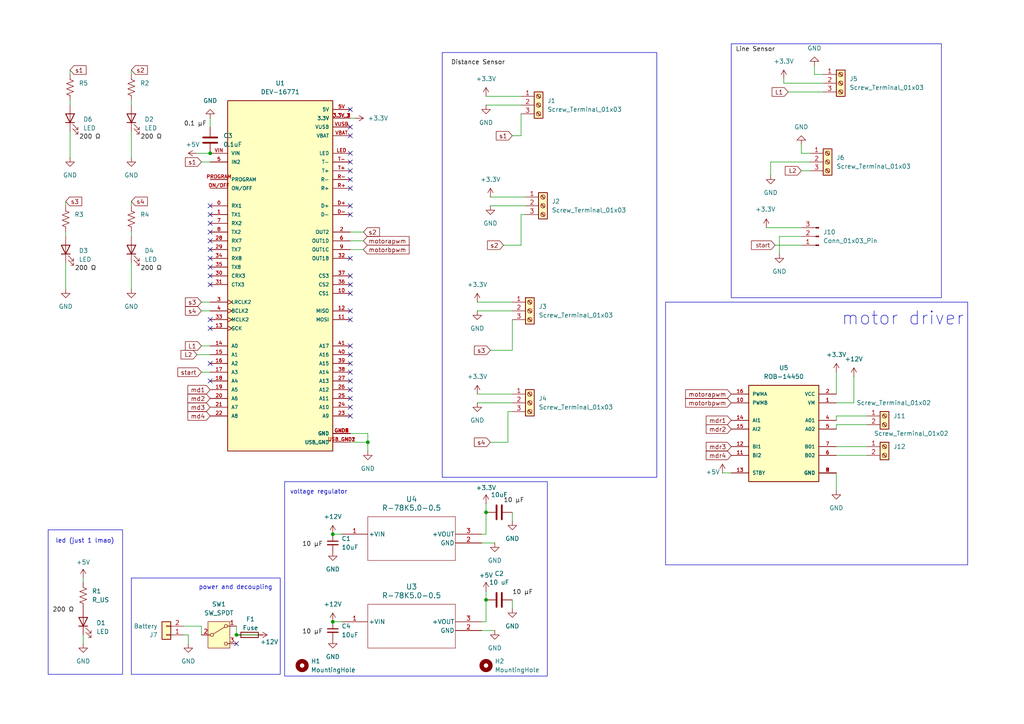
<source format=kicad_sch>
(kicad_sch (version 20231120) (generator "eeschema") (generator_version "8.0")
  (paper "A4")
  (lib_symbols
    (symbol "+12V_1" (power) (pin_numbers hide) (pin_names (offset 0) hide)
      (property "Value" "+12V" (at 0 3.556 0))
      (symbol "+12V_1_0_1"
        (polyline (pts (xy -0.762 1.27) (xy 0 2.54)))
        (polyline (pts (xy 0 0) (xy 0 2.54)))
        (polyline (pts (xy 0 2.54) (xy 0.762 1.27)))
      )
      (symbol "+12V_1_1_1"
        (pin power_in line (at 0 0 90) (length 0) (name "~") (number "1"))
      )
    )
    (symbol "+5V_1" (power) (pin_numbers hide) (pin_names (offset 0) hide)
      (property "Value" "+5V" (at 0 3.556 0))
      (symbol "+5V_1_0_1"
        (polyline (pts (xy -0.762 1.27) (xy 0 2.54)))
        (polyline (pts (xy 0 0) (xy 0 2.54)))
        (polyline (pts (xy 0 2.54) (xy 0.762 1.27)))
      )
      (symbol "+5V_1_1_1"
        (pin power_in line (at 0 0 90) (length 0) (name "~") (number "1"))
      )
    )
    (symbol "+5V_2" (power) (pin_numbers hide) (pin_names (offset 0) hide)
      (property "Value" "+5V" (at 0 3.556 0))
      (symbol "+5V_2_0_1"
        (polyline (pts (xy -0.762 1.27) (xy 0 2.54)))
        (polyline (pts (xy 0 0) (xy 0 2.54)))
        (polyline (pts (xy 0 2.54) (xy 0.762 1.27)))
      )
      (symbol "+5V_2_1_1"
        (pin power_in line (at 0 0 90) (length 0) (name "~") (number "1"))
      )
    )
    (symbol "+5V_3" (power) (pin_numbers hide) (pin_names (offset 0) hide)
      (property "Value" "+5V" (at 0 3.556 0))
      (symbol "+5V_3_0_1"
        (polyline (pts (xy -0.762 1.27) (xy 0 2.54)))
        (polyline (pts (xy 0 0) (xy 0 2.54)))
        (polyline (pts (xy 0 2.54) (xy 0.762 1.27)))
      )
      (symbol "+5V_3_1_1"
        (pin power_in line (at 0 0 90) (length 0) (name "~") (number "1"))
      )
    )
    (symbol "2024-11-08_01-03-56:R-78K5.0-0.5" (pin_names (offset 0.254))
      (property "Reference" "U" (at 20.32 10.16 0))
      (property "Value" "R-78K5.0-0.5" (at 20.32 7.62 0))
      (symbol "R-78K5.0-0.5_1_1"
        (polyline (pts (xy 7.62 -7.62) (xy 33.02 -7.62)) (stroke (width 0.127)))
        (polyline (pts (xy 7.62 5.08) (xy 7.62 -7.62)) (stroke (width 0.127)))
        (polyline (pts (xy 33.02 -7.62) (xy 33.02 5.08)) (stroke (width 0.127)))
        (polyline (pts (xy 33.02 5.08) (xy 7.62 5.08)) (stroke (width 0.127)))
        (pin power_in line (at 0 0 0) (length 7.62) (name "+VIN") (number "1"))
        (pin power_out line (at 40.64 -2.54 180) (length 7.62) (name "GND") (number "2"))
        (pin output line (at 40.64 0 180) (length 7.62) (name "+VOUT") (number "3"))
      )
    )
    (symbol "Connector:Conn_01x03_Pin" (pin_names (offset 1.016) hide)
      (property "Reference" "J" (at 0 5.08 0))
      (property "Value" "Conn_01x03_Pin" (at 0 -5.08 0))
      (symbol "Conn_01x03_Pin_1_1"
        (polyline (pts (xy 1.27 -2.54) (xy 0.8636 -2.54)) (stroke (width 0.1524)))
        (polyline (pts (xy 1.27 0) (xy 0.8636 0)) (stroke (width 0.1524)))
        (polyline (pts (xy 1.27 2.54) (xy 0.8636 2.54)) (stroke (width 0.1524)))
        (rectangle (start 0.8636 -2.413) (end 0 -2.667) (stroke (width 0.1524)) (fill (type outline)))
        (rectangle (start 0.8636 0.127) (end 0 -0.127) (stroke (width 0.1524)) (fill (type outline)))
        (rectangle (start 0.8636 2.667) (end 0 2.413) (stroke (width 0.1524)) (fill (type outline)))
        (pin passive line (at 5.08 2.54 180) (length 3.81) (name "Pin_1") (number "1"))
        (pin passive line (at 5.08 0 180) (length 3.81) (name "Pin_2") (number "2"))
        (pin passive line (at 5.08 -2.54 180) (length 3.81) (name "Pin_3") (number "3"))
      )
    )
    (symbol "Connector:Screw_Terminal_01x02" (pin_names (offset 1.016) hide)
      (property "Reference" "J" (at 0 2.54 0))
      (property "Value" "Screw_Terminal_01x02" (at 0 -5.08 0))
      (symbol "Screw_Terminal_01x02_1_1"
        (rectangle (start -1.27 1.27) (end 1.27 -3.81) (stroke (width 0.254)) (fill (type background)))
        (circle (center 0 -2.54) (radius 0.635) (stroke (width 0.1524)))
        (polyline (pts (xy -0.5334 -2.2098) (xy 0.3302 -3.048)) (stroke (width 0.1524)))
        (polyline (pts (xy -0.5334 0.3302) (xy 0.3302 -0.508)) (stroke (width 0.1524)))
        (polyline (pts (xy -0.3556 -2.032) (xy 0.508 -2.8702)) (stroke (width 0.1524)))
        (polyline (pts (xy -0.3556 0.508) (xy 0.508 -0.3302)) (stroke (width 0.1524)))
        (circle (center 0 0) (radius 0.635) (stroke (width 0.1524)))
        (pin passive line (at -5.08 0 0) (length 3.81) (name "Pin_1") (number "1"))
        (pin passive line (at -5.08 -2.54 0) (length 3.81) (name "Pin_2") (number "2"))
      )
    )
    (symbol "Connector:Screw_Terminal_01x03" (pin_names (offset 1.016) hide)
      (property "Reference" "J" (at 0 5.08 0))
      (property "Value" "Screw_Terminal_01x03" (at 0 -5.08 0))
      (symbol "Screw_Terminal_01x03_1_1"
        (rectangle (start -1.27 3.81) (end 1.27 -3.81) (stroke (width 0.254)) (fill (type background)))
        (circle (center 0 -2.54) (radius 0.635) (stroke (width 0.1524)))
        (polyline (pts (xy -0.5334 -2.2098) (xy 0.3302 -3.048)) (stroke (width 0.1524)))
        (polyline (pts (xy -0.5334 0.3302) (xy 0.3302 -0.508)) (stroke (width 0.1524)))
        (polyline (pts (xy -0.5334 2.8702) (xy 0.3302 2.032)) (stroke (width 0.1524)))
        (polyline (pts (xy -0.3556 -2.032) (xy 0.508 -2.8702)) (stroke (width 0.1524)))
        (polyline (pts (xy -0.3556 0.508) (xy 0.508 -0.3302)) (stroke (width 0.1524)))
        (polyline (pts (xy -0.3556 3.048) (xy 0.508 2.2098)) (stroke (width 0.1524)))
        (circle (center 0 0) (radius 0.635) (stroke (width 0.1524)))
        (circle (center 0 2.54) (radius 0.635) (stroke (width 0.1524)))
        (pin passive line (at -5.08 2.54 0) (length 3.81) (name "Pin_1") (number "1"))
        (pin passive line (at -5.08 0 0) (length 3.81) (name "Pin_2") (number "2"))
        (pin passive line (at -5.08 -2.54 0) (length 3.81) (name "Pin_3") (number "3"))
      )
    )
    (symbol "Connector_Generic:Conn_01x02" (pin_names (offset 1.016) hide)
      (property "Reference" "J" (at 0 2.54 0))
      (property "Value" "Conn_01x02" (at 0 -5.08 0))
      (symbol "Conn_01x02_1_1"
        (rectangle (start -1.27 -2.413) (end 0 -2.667) (stroke (width 0.1524)))
        (rectangle (start -1.27 0.127) (end 0 -0.127) (stroke (width 0.1524)))
        (rectangle (start -1.27 1.27) (end 1.27 -3.81) (stroke (width 0.254)) (fill (type background)))
        (pin passive line (at -5.08 0 0) (length 3.81) (name "Pin_1") (number "1"))
        (pin passive line (at -5.08 -2.54 0) (length 3.81) (name "Pin_2") (number "2"))
      )
    )
    (symbol "DEV-16771:DEV-16771" (pin_names (offset 1.016))
      (property "Reference" "U" (at -15.24 52.07 0))
      (property "Value" "DEV-16771" (at -15.24 -53.34 0))
      (symbol "DEV-16771_0_0"
        (rectangle (start -15.24 -50.8) (end 15.24 50.8) (stroke (width 0.254)) (fill (type background)))
        (pin bidirectional line (at -20.32 20.32 0) (length 5.08) (name "RX1") (number "0"))
        (pin bidirectional line (at -20.32 17.78 0) (length 5.08) (name "TX1") (number "1"))
        (pin bidirectional line (at 20.32 -5.08 180) (length 5.08) (name "CS1") (number "10"))
        (pin bidirectional line (at 20.32 -12.7 180) (length 5.08) (name "MOSI") (number "11"))
        (pin bidirectional line (at 20.32 -10.16 180) (length 5.08) (name "MISO") (number "12"))
        (pin bidirectional clock (at -20.32 -15.24 0) (length 5.08) (name "SCK") (number "13"))
        (pin bidirectional line (at -20.32 -20.32 0) (length 5.08) (name "A0") (number "14"))
        (pin bidirectional line (at -20.32 -22.86 0) (length 5.08) (name "A1") (number "15"))
        (pin bidirectional line (at -20.32 -25.4 0) (length 5.08) (name "A2") (number "16"))
        (pin bidirectional line (at -20.32 -27.94 0) (length 5.08) (name "A3") (number "17"))
        (pin bidirectional line (at -20.32 -30.48 0) (length 5.08) (name "A4") (number "18"))
        (pin bidirectional line (at -20.32 -33.02 0) (length 5.08) (name "A5") (number "19"))
        (pin output line (at 20.32 12.7 180) (length 5.08) (name "OUT2") (number "2"))
        (pin bidirectional line (at -20.32 -35.56 0) (length 5.08) (name "A6") (number "20"))
        (pin bidirectional line (at -20.32 -38.1 0) (length 5.08) (name "A7") (number "21"))
        (pin bidirectional line (at -20.32 -40.64 0) (length 5.08) (name "A8") (number "22"))
        (pin bidirectional line (at 20.32 -40.64 180) (length 5.08) (name "A9") (number "23"))
        (pin bidirectional line (at 20.32 -38.1 180) (length 5.08) (name "A10") (number "24"))
        (pin bidirectional line (at 20.32 -35.56 180) (length 5.08) (name "A11") (number "25"))
        (pin bidirectional line (at 20.32 -33.02 180) (length 5.08) (name "A12") (number "26"))
        (pin bidirectional line (at 20.32 -30.48 180) (length 5.08) (name "A13") (number "27"))
        (pin bidirectional line (at -20.32 10.16 0) (length 5.08) (name "RX7") (number "28"))
        (pin bidirectional line (at -20.32 7.62 0) (length 5.08) (name "TX7") (number "29"))
        (pin bidirectional clock (at -20.32 -7.62 0) (length 5.08) (name "LRCLK2") (number "3"))
        (pin power_in line (at 20.32 45.72 180) (length 5.08) (name "3.3V") (number "3.3V_1"))
        (pin power_in line (at 20.32 45.72 180) (length 5.08) (name "3.3V") (number "3.3V_2"))
        (pin power_in line (at 20.32 45.72 180) (length 5.08) (name "3.3V") (number "3.3V_3"))
        (pin bidirectional line (at -20.32 0 0) (length 5.08) (name "CRX3") (number "30"))
        (pin bidirectional line (at -20.32 -2.54 0) (length 5.08) (name "CTX3") (number "31"))
        (pin output line (at 20.32 5.08 180) (length 5.08) (name "OUT1B") (number "32"))
        (pin bidirectional clock (at -20.32 -12.7 0) (length 5.08) (name "MCLK2") (number "33"))
        (pin bidirectional line (at -20.32 5.08 0) (length 5.08) (name "RX8") (number "34"))
        (pin bidirectional line (at -20.32 2.54 0) (length 5.08) (name "TX8") (number "35"))
        (pin bidirectional line (at 20.32 -2.54 180) (length 5.08) (name "CS2") (number "36"))
        (pin bidirectional line (at 20.32 0 180) (length 5.08) (name "CS3") (number "37"))
        (pin bidirectional line (at 20.32 -27.94 180) (length 5.08) (name "A14") (number "38"))
        (pin bidirectional line (at 20.32 -25.4 180) (length 5.08) (name "A15") (number "39"))
        (pin bidirectional clock (at -20.32 -10.16 0) (length 5.08) (name "BCLK2") (number "4"))
        (pin bidirectional line (at 20.32 -22.86 180) (length 5.08) (name "A16") (number "40"))
        (pin bidirectional line (at 20.32 -20.32 180) (length 5.08) (name "A17") (number "41"))
        (pin bidirectional line (at -20.32 33.02 0) (length 5.08) (name "IN2") (number "5"))
        (pin power_in line (at 20.32 48.26 180) (length 5.08) (name "5V") (number "5V"))
        (pin output line (at 20.32 10.16 180) (length 5.08) (name "OUT1D") (number "6"))
        (pin bidirectional line (at -20.32 15.24 0) (length 5.08) (name "RX2") (number "7"))
        (pin bidirectional line (at -20.32 12.7 0) (length 5.08) (name "TX2") (number "8"))
        (pin output line (at 20.32 7.62 180) (length 5.08) (name "OUT1C") (number "9"))
        (pin bidirectional line (at 20.32 20.32 180) (length 5.08) (name "D+") (number "D+"))
        (pin bidirectional line (at 20.32 17.78 180) (length 5.08) (name "D-") (number "D-"))
        (pin power_in line (at 20.32 -45.72 180) (length 5.08) (name "GND") (number "GND1"))
        (pin power_in line (at 20.32 -45.72 180) (length 5.08) (name "GND") (number "GND2"))
        (pin power_in line (at 20.32 -45.72 180) (length 5.08) (name "GND") (number "GND3"))
        (pin power_in line (at 20.32 -45.72 180) (length 5.08) (name "GND") (number "GND4"))
        (pin power_in line (at 20.32 -45.72 180) (length 5.08) (name "GND") (number "GND5"))
        (pin bidirectional line (at 20.32 35.56 180) (length 5.08) (name "LED") (number "LED"))
        (pin bidirectional line (at -20.32 25.4 0) (length 5.08) (name "ON/OFF") (number "ON/OFF"))
        (pin bidirectional line (at -20.32 27.94 0) (length 5.08) (name "PROGRAM") (number "PROGRAM"))
        (pin bidirectional line (at 20.32 25.4 180) (length 5.08) (name "R+") (number "R+"))
        (pin bidirectional line (at 20.32 27.94 180) (length 5.08) (name "R-") (number "R-"))
        (pin bidirectional line (at 20.32 30.48 180) (length 5.08) (name "T+") (number "T+"))
        (pin bidirectional line (at 20.32 33.02 180) (length 5.08) (name "T-") (number "T-"))
        (pin power_in line (at 20.32 -48.26 180) (length 5.08) (name "USB_GND") (number "USB_GND1"))
        (pin power_in line (at 20.32 -48.26 180) (length 5.08) (name "USB_GND") (number "USB_GND2"))
        (pin passive line (at 20.32 40.64 180) (length 5.08) (name "VBAT") (number "VBAT"))
        (pin input line (at -20.32 35.56 0) (length 5.08) (name "VIN") (number "VIN"))
        (pin passive line (at 20.32 43.18 180) (length 5.08) (name "VUSB") (number "VUSB"))
      )
    )
    (symbol "Device:C" (pin_numbers hide) (pin_names (offset 0.254))
      (property "Reference" "C" (at 0.635 2.54 0))
      (property "Value" "C" (at 0.635 -2.54 0))
      (symbol "C_0_1"
        (polyline (pts (xy -2.032 -0.762) (xy 2.032 -0.762)) (stroke (width 0.508)))
        (polyline (pts (xy -2.032 0.762) (xy 2.032 0.762)) (stroke (width 0.508)))
      )
      (symbol "C_1_1"
        (pin passive line (at 0 3.81 270) (length 2.794) (name "~") (number "1"))
        (pin passive line (at 0 -3.81 90) (length 2.794) (name "~") (number "2"))
      )
    )
    (symbol "Device:C_Small" (pin_numbers hide) (pin_names (offset 0.254) hide)
      (property "Reference" "C" (at 0.254 1.778 0))
      (property "Value" "C_Small" (at 0.254 -2.032 0))
      (symbol "C_Small_0_1"
        (polyline (pts (xy -1.524 -0.508) (xy 1.524 -0.508)) (stroke (width 0.3302)))
        (polyline (pts (xy -1.524 0.508) (xy 1.524 0.508)) (stroke (width 0.3048)))
      )
      (symbol "C_Small_1_1"
        (pin passive line (at 0 2.54 270) (length 2.032) (name "~") (number "1"))
        (pin passive line (at 0 -2.54 90) (length 2.032) (name "~") (number "2"))
      )
    )
    (symbol "Device:Fuse" (pin_numbers hide) (pin_names (offset 0))
      (property "Reference" "F" (at 2.032 0 90))
      (property "Value" "Fuse" (at -1.905 0 90))
      (symbol "Fuse_0_1"
        (rectangle (start -0.762 -2.54) (end 0.762 2.54) (stroke (width 0.254)))
        (polyline (pts (xy 0 2.54) (xy 0 -2.54)))
      )
      (symbol "Fuse_1_1"
        (pin passive line (at 0 3.81 270) (length 1.27) (name "~") (number "1"))
        (pin passive line (at 0 -3.81 90) (length 1.27) (name "~") (number "2"))
      )
    )
    (symbol "Device:LED" (pin_numbers hide) (pin_names (offset 1.016) hide)
      (property "Reference" "D" (at 0 2.54 0))
      (property "Value" "LED" (at 0 -2.54 0))
      (symbol "LED_0_1"
        (polyline (pts (xy -1.27 -1.27) (xy -1.27 1.27)) (stroke (width 0.254)))
        (polyline (pts (xy -1.27 0) (xy 1.27 0)))
        (polyline (pts (xy 1.27 -1.27) (xy 1.27 1.27) (xy -1.27 0) (xy 1.27 -1.27)) (stroke (width 0.254)))
        (polyline (pts (xy -3.048 -0.762) (xy -4.572 -2.286) (xy -3.81 -2.286) (xy -4.572 -2.286) (xy -4.572 -1.524)))
        (polyline (pts (xy -1.778 -0.762) (xy -3.302 -2.286) (xy -2.54 -2.286) (xy -3.302 -2.286) (xy -3.302 -1.524)))
      )
      (symbol "LED_1_1"
        (pin passive line (at -3.81 0 0) (length 2.54) (name "K") (number "1"))
        (pin passive line (at 3.81 0 180) (length 2.54) (name "A") (number "2"))
      )
    )
    (symbol "Device:R_US" (pin_numbers hide) (pin_names (offset 0))
      (property "Reference" "R" (at 2.54 0 90))
      (property "Value" "R_US" (at -2.54 0 90))
      (symbol "R_US_0_1"
        (polyline (pts (xy 0 -2.286) (xy 0 -2.54)))
        (polyline (pts (xy 0 2.286) (xy 0 2.54)))
        (polyline (pts (xy 0 -0.762) (xy 1.016 -1.143) (xy 0 -1.524) (xy -1.016 -1.905) (xy 0 -2.286)))
        (polyline (pts (xy 0 0.762) (xy 1.016 0.381) (xy 0 0) (xy -1.016 -0.381) (xy 0 -0.762)))
        (polyline (pts (xy 0 2.286) (xy 1.016 1.905) (xy 0 1.524) (xy -1.016 1.143) (xy 0 0.762)))
      )
      (symbol "R_US_1_1"
        (pin passive line (at 0 3.81 270) (length 1.27) (name "~") (number "1"))
        (pin passive line (at 0 -3.81 90) (length 1.27) (name "~") (number "2"))
      )
    )
    (symbol "Mechanical:MountingHole" (pin_names (offset 1.016)) (exclude_from_sim yes) (in_bom no)
      (property "Reference" "H" (at 0 5.08 0))
      (property "Value" "MountingHole" (at 0 3.175 0))
      (symbol "MountingHole_0_1"
        (circle (center 0 0) (radius 1.27) (stroke (width 1.27)))
      )
    )
    (symbol "Switch:SW_SPDT" (pin_names (offset 0) hide)
      (property "Reference" "SW" (at 0 5.08 0))
      (property "Value" "SW_SPDT" (at 0 -5.08 0))
      (symbol "SW_SPDT_0_1"
        (circle (center -2.032 0) (radius 0.4572))
        (polyline (pts (xy -1.651 0.254) (xy 1.651 2.286)))
        (circle (center 2.032 -2.54) (radius 0.4572))
        (circle (center 2.032 2.54) (radius 0.4572))
      )
      (symbol "SW_SPDT_1_1"
        (rectangle (start -3.175 3.81) (end 3.175 -3.81) (fill (type background)))
        (pin passive line (at 5.08 2.54 180) (length 2.54) (name "A") (number "1"))
        (pin passive line (at -5.08 0 0) (length 2.54) (name "B") (number "2"))
        (pin passive line (at 5.08 -2.54 180) (length 2.54) (name "C") (number "3"))
      )
    )
    (symbol "motor driver:ROB-14450" (pin_names (offset 1.016))
      (property "Reference" "U" (at -10.16 16.002 0))
      (property "Value" "ROB-14450" (at -10.16 -15.24 0))
      (symbol "ROB-14450_0_0"
        (rectangle (start -10.16 -12.7) (end 10.16 15.24) (stroke (width 0.254)) (fill (type background)))
        (pin power_in line (at 15.24 10.16 180) (length 5.08) (name "VM") (number "1"))
        (pin input line (at -15.24 10.16 0) (length 5.08) (name "PWMB") (number "10"))
        (pin input line (at -15.24 -5.08 0) (length 5.08) (name "BI2") (number "11"))
        (pin input line (at -15.24 -2.54 0) (length 5.08) (name "BI1") (number "12"))
        (pin input line (at -15.24 -10.16 0) (length 5.08) (name "STBY") (number "13"))
        (pin input line (at -15.24 5.08 0) (length 5.08) (name "AI1") (number "14"))
        (pin input line (at -15.24 2.54 0) (length 5.08) (name "AI2") (number "15"))
        (pin input line (at -15.24 12.7 0) (length 5.08) (name "PWMA") (number "16"))
        (pin power_in line (at 15.24 12.7 180) (length 5.08) (name "VCC") (number "2"))
        (pin power_in line (at 15.24 -10.16 180) (length 5.08) (name "GND") (number "3"))
        (pin output line (at 15.24 5.08 180) (length 5.08) (name "A01") (number "4"))
        (pin output line (at 15.24 2.54 180) (length 5.08) (name "A02") (number "5"))
        (pin output line (at 15.24 -5.08 180) (length 5.08) (name "B02") (number "6"))
        (pin output line (at 15.24 -2.54 180) (length 5.08) (name "B01") (number "7"))
        (pin power_in line (at 15.24 -10.16 180) (length 5.08) (name "GND") (number "8"))
        (pin power_in line (at 15.24 -10.16 180) (length 5.08) (name "GND") (number "9"))
      )
    )
    (symbol "power:+12V" (power) (pin_numbers hide) (pin_names (offset 0) hide)
      (property "Value" "+12V" (at 0 3.556 0))
      (symbol "+12V_0_1"
        (polyline (pts (xy -0.762 1.27) (xy 0 2.54)))
        (polyline (pts (xy 0 0) (xy 0 2.54)))
        (polyline (pts (xy 0 2.54) (xy 0.762 1.27)))
      )
      (symbol "+12V_1_1"
        (pin power_in line (at 0 0 90) (length 0) (name "~") (number "1"))
      )
    )
    (symbol "power:+3.3V" (power) (pin_numbers hide) (pin_names (offset 0) hide)
      (property "Value" "+3.3V" (at 0 3.556 0))
      (symbol "+3.3V_0_1"
        (polyline (pts (xy -0.762 1.27) (xy 0 2.54)))
        (polyline (pts (xy 0 0) (xy 0 2.54)))
        (polyline (pts (xy 0 2.54) (xy 0.762 1.27)))
      )
      (symbol "+3.3V_1_1"
        (pin power_in line (at 0 0 90) (length 0) (name "~") (number "1"))
      )
    )
    (symbol "power:+5V" (power) (pin_names (offset 0))
      (property "Value" "+5V" (at 0 3.556 0))
      (symbol "+5V_0_1"
        (polyline (pts (xy -0.762 1.27) (xy 0 2.54)))
        (polyline (pts (xy 0 0) (xy 0 2.54)))
        (polyline (pts (xy 0 2.54) (xy 0.762 1.27)))
      )
      (symbol "+5V_1_1"
        (pin power_in line (at 0 0 90) (length 0) hide (name "+5V") (number "1"))
      )
    )
    (symbol "power:GND" (power) (pin_numbers hide) (pin_names (offset 0) hide)
      (property "Value" "GND" (at 0 -3.81 0))
      (symbol "GND_0_1"
        (polyline (pts (xy 0 0) (xy 0 -1.27) (xy 1.27 -1.27) (xy 0 -2.54) (xy -1.27 -1.27) (xy 0 -1.27)))
      )
      (symbol "GND_1_1"
        (pin power_in line (at 0 0 270) (length 0) (name "~") (number "1"))
      )
    )
  )
  (junction (at 60.96 44.45))
  (junction (at 106.68 128.27))
  (junction (at 96.52 154.94))
  (junction (at 68.58 184.15))
  (junction (at 140.97 173.99))
  (junction (at 140.97 148.59))
  (junction (at 96.52 180.34))
  (no_connect (at 60.96 80.01))
  (no_connect (at 101.6 46.99))
  (no_connect (at 101.6 36.83))
  (no_connect (at 60.96 110.49))
  (no_connect (at 101.6 115.57))
  (no_connect (at 101.6 39.37))
  (no_connect (at 101.6 90.17))
  (no_connect (at 60.96 105.41))
  (no_connect (at 60.96 74.93))
  (no_connect (at 60.96 69.85))
  (no_connect (at 60.96 62.23))
  (no_connect (at 101.6 100.33))
  (no_connect (at 101.6 118.11))
  (no_connect (at 101.6 92.71))
  (no_connect (at 60.96 64.77))
  (no_connect (at 60.96 95.25))
  (no_connect (at 60.96 92.71))
  (no_connect (at 101.6 107.95))
  (no_connect (at 101.6 82.55))
  (no_connect (at 101.6 62.23))
  (no_connect (at 60.96 82.55))
  (no_connect (at 101.6 105.41))
  (no_connect (at 101.6 49.53))
  (no_connect (at 60.96 77.47))
  (no_connect (at 60.96 59.69))
  (no_connect (at 60.96 72.39))
  (no_connect (at 101.6 52.07))
  (no_connect (at 101.6 74.93))
  (no_connect (at 101.6 102.87))
  (no_connect (at 101.6 44.45))
  (no_connect (at 60.96 67.31))
  (no_connect (at 101.6 59.69))
  (no_connect (at 101.6 80.01))
  (no_connect (at 101.6 110.49))
  (no_connect (at 101.6 113.03))
  (no_connect (at 101.6 85.09))
  (no_connect (at 101.6 54.61))
  (no_connect (at 101.6 120.65))
  (no_connect (at 68.58 186.69))
  (no_connect (at 101.6 31.75))
  (wire (pts (xy 234.95 46.99) (xy 223.52 46.99)))
  (wire (pts (xy 242.57 120.65) (xy 242.57 121.92)))
  (wire (pts (xy 19.05 58.42) (xy 19.05 59.69)))
  (wire (pts (xy 242.57 107.95) (xy 242.57 114.3)))
  (wire (pts (xy 222.25 66.04) (xy 232.41 66.04)))
  (wire (pts (xy 74.93 184.15) (xy 68.58 184.15)))
  (wire (pts (xy 242.57 123.19) (xy 242.57 124.46)))
  (wire (pts (xy 58.42 90.17) (xy 60.96 90.17)))
  (wire (pts (xy 148.59 39.37) (xy 151.13 39.37)))
  (wire (pts (xy 57.15 44.45) (xy 60.96 44.45)))
  (wire (pts (xy 224.79 71.12) (xy 232.41 71.12)))
  (wire (pts (xy 223.52 46.99) (xy 223.52 50.8)))
  (wire (pts (xy 227.33 24.13) (xy 227.33 22.86)))
  (wire (pts (xy 142.24 59.69) (xy 152.4 59.69)))
  (wire (pts (xy 226.06 68.58) (xy 226.06 73.66)))
  (wire (pts (xy 251.46 123.19) (xy 242.57 123.19)))
  (wire (pts (xy 20.32 30.48) (xy 20.32 29.21)))
  (wire (pts (xy 19.05 76.2) (xy 19.05 83.82)))
  (wire (pts (xy 142.24 128.27) (xy 147.32 128.27)))
  (wire (pts (xy 228.6 26.67) (xy 238.76 26.67)))
  (wire (pts (xy 209.55 137.16) (xy 212.09 137.16)))
  (wire (pts (xy 53.34 184.15) (xy 54.61 184.15)))
  (wire (pts (xy 24.13 167.64) (xy 24.13 168.91)))
  (wire (pts (xy 58.42 181.61) (xy 58.42 184.15)))
  (wire (pts (xy 138.43 116.84) (xy 148.59 116.84)))
  (wire (pts (xy 140.97 154.94) (xy 139.7 154.94)))
  (wire (pts (xy 147.32 119.38) (xy 148.59 119.38)))
  (wire (pts (xy 60.96 34.29) (xy 60.96 36.83)))
  (wire (pts (xy 140.97 148.59) (xy 140.97 154.94)))
  (wire (pts (xy 58.42 107.95) (xy 60.96 107.95)))
  (wire (pts (xy 105.41 69.85) (xy 101.6 69.85)))
  (wire (pts (xy 54.61 184.15) (xy 54.61 186.69)))
  (wire (pts (xy 102.87 34.29) (xy 101.6 34.29)))
  (wire (pts (xy 139.7 182.88) (xy 143.51 182.88)))
  (wire (pts (xy 96.52 180.34) (xy 99.06 180.34)))
  (wire (pts (xy 142.24 57.15) (xy 152.4 57.15)))
  (wire (pts (xy 139.7 157.48) (xy 143.51 157.48)))
  (wire (pts (xy 148.59 148.59) (xy 148.59 151.13)))
  (wire (pts (xy 38.1 38.1) (xy 38.1 45.72)))
  (wire (pts (xy 38.1 30.48) (xy 38.1 29.21)))
  (wire (pts (xy 38.1 76.2) (xy 38.1 83.82)))
  (wire (pts (xy 226.06 68.58) (xy 232.41 68.58)))
  (wire (pts (xy 242.57 132.08) (xy 251.46 132.08)))
  (wire (pts (xy 101.6 125.73) (xy 106.68 125.73)))
  (wire (pts (xy 138.43 90.17) (xy 148.59 90.17)))
  (wire (pts (xy 140.97 30.48) (xy 151.13 30.48)))
  (wire (pts (xy 140.97 146.05) (xy 140.97 148.59)))
  (wire (pts (xy 57.15 102.87) (xy 60.96 102.87)))
  (wire (pts (xy 138.43 114.3) (xy 148.59 114.3)))
  (wire (pts (xy 24.13 186.69) (xy 24.13 184.15)))
  (wire (pts (xy 242.57 129.54) (xy 251.46 129.54)))
  (wire (pts (xy 242.57 116.84) (xy 247.65 116.84)))
  (wire (pts (xy 20.32 38.1) (xy 20.32 45.72)))
  (wire (pts (xy 148.59 173.99) (xy 148.59 176.53)))
  (wire (pts (xy 147.32 119.38) (xy 147.32 128.27)))
  (wire (pts (xy 106.68 128.27) (xy 101.6 128.27)))
  (wire (pts (xy 105.41 72.39) (xy 101.6 72.39)))
  (wire (pts (xy 140.97 173.99) (xy 140.97 180.34)))
  (wire (pts (xy 58.42 100.33) (xy 60.96 100.33)))
  (wire (pts (xy 106.68 130.81) (xy 106.68 128.27)))
  (wire (pts (xy 138.43 87.63) (xy 148.59 87.63)))
  (wire (pts (xy 151.13 62.23) (xy 151.13 71.12)))
  (wire (pts (xy 106.68 125.73) (xy 106.68 128.27)))
  (wire (pts (xy 38.1 20.32) (xy 38.1 21.59)))
  (wire (pts (xy 38.1 58.42) (xy 38.1 59.69)))
  (wire (pts (xy 38.1 68.58) (xy 38.1 67.31)))
  (wire (pts (xy 232.41 49.53) (xy 234.95 49.53)))
  (wire (pts (xy 148.59 101.6) (xy 148.59 92.71)))
  (wire (pts (xy 251.46 120.65) (xy 242.57 120.65)))
  (wire (pts (xy 96.52 154.94) (xy 99.06 154.94)))
  (wire (pts (xy 140.97 171.45) (xy 140.97 173.99)))
  (wire (pts (xy 142.24 101.6) (xy 148.59 101.6)))
  (wire (pts (xy 20.32 20.32) (xy 20.32 21.59)))
  (wire (pts (xy 238.76 24.13) (xy 227.33 24.13)))
  (wire (pts (xy 140.97 27.94) (xy 151.13 27.94)))
  (wire (pts (xy 58.42 46.99) (xy 60.96 46.99)))
  (wire (pts (xy 53.34 181.61) (xy 58.42 181.61)))
  (wire (pts (xy 232.41 44.45) (xy 234.95 44.45)))
  (wire (pts (xy 247.65 116.84) (xy 247.65 109.22)))
  (wire (pts (xy 151.13 62.23) (xy 152.4 62.23)))
  (wire (pts (xy 58.42 87.63) (xy 60.96 87.63)))
  (wire (pts (xy 19.05 68.58) (xy 19.05 67.31)))
  (wire (pts (xy 140.97 180.34) (xy 139.7 180.34)))
  (wire (pts (xy 101.6 67.31) (xy 105.41 67.31)))
  (wire (pts (xy 151.13 39.37) (xy 151.13 33.02)))
  (wire (pts (xy 68.58 181.61) (xy 68.58 184.15)))
  (wire (pts (xy 232.41 41.91) (xy 232.41 44.45)))
  (wire (pts (xy 236.22 21.59) (xy 238.76 21.59)))
  (wire (pts (xy 146.05 71.12) (xy 151.13 71.12)))
  (wire (pts (xy 236.22 19.05) (xy 236.22 21.59)))
  (wire (pts (xy 242.57 137.16) (xy 242.57 142.24)))
  (rectangle (start 193.04 87.63) (end 280.67 163.83))
  (rectangle (start 13.97 153.67) (end 35.56 195.58))
  (rectangle (start 82.55 139.7) (end 158.75 196.088))
  (rectangle (start 38.1 167.64) (end 81.28 195.58))
  (rectangle (start 212.09 12.7) (end 273.05 86.36))
  (rectangle (start 128.27 15.24) (end 190.5 138.43))
  (text "led (just 1 lmao)\n\n" (at 24.638 157.988 0) (effects (font (size 1.27 1.27))))
  (text "motor driver" (at 261.874 92.456 0) (effects (font (size 3.81 3.81))))
  (text "power and decoupling" (at 68.326 170.434 0) (effects (font (size 1.27 1.27))))
  (text "voltage regulator" (at 92.456 142.748 0) (effects (font (size 1.27 1.27))))
  (label "200 Ω" (at 27.94 78.74 180))
  (label "200 Ω" (at 15.24 177.8 0))
  (label "200 Ω" (at 46.99 40.64 180))
  (label "Distance Sensor" (at 130.81 19.05 0))
  (label "0.1 µF" (at 53.34 36.83 0))
  (label "10 µF" (at 87.63 184.15 0))
  (label "10 µF" (at 148.59 172.72 0))
  (label "200 Ω" (at 29.21 40.64 180))
  (label "10 µF" (at 87.63 158.75 0))
  (label "200 Ω" (at 46.99 78.74 180))
  (label "Line Sensor" (at 213.36 15.24 0))
  (label "10 µF" (at 146.05 146.05 0))
  (global_label "s1" (shape input) (at 58.42 46.99 180) (property "Intersheetrefs" "${INTERSHEET_REFS}" (effects (hide yes))))
  (global_label "L1" (shape input) (at 58.42 100.33 180) (property "Intersheetrefs" "${INTERSHEET_REFS}" (effects (hide yes))))
  (global_label "s3" (shape input) (at 19.05 58.42 0) (property "Intersheetrefs" "${INTERSHEET_REFS}" (effects (hide yes))))
  (global_label "mdr2" (shape input) (at 212.09 124.46 180) (property "Intersheetrefs" "${INTERSHEET_REFS}" (effects (hide yes))))
  (global_label "s3" (shape input) (at 142.24 101.6 180) (property "Intersheetrefs" "${INTERSHEET_REFS}" (effects (hide yes))))
  (global_label "md3" (shape input) (at 60.96 118.11 180) (property "Intersheetrefs" "${INTERSHEET_REFS}" (effects (hide yes))))
  (global_label "motorbpwm" (shape input) (at 212.09 116.84 180) (property "Intersheetrefs" "${INTERSHEET_REFS}" (effects (hide yes))))
  (global_label "L2" (shape input) (at 57.15 102.87 180) (property "Intersheetrefs" "${INTERSHEET_REFS}" (effects (hide yes))))
  (global_label "motorbpwm" (shape input) (at 105.41 72.39 0) (property "Intersheetrefs" "${INTERSHEET_REFS}" (effects (hide yes))))
  (global_label "s4" (shape input) (at 38.1 58.42 0) (property "Intersheetrefs" "${INTERSHEET_REFS}" (effects (hide yes))))
  (global_label "s2" (shape input) (at 146.05 71.12 180) (property "Intersheetrefs" "${INTERSHEET_REFS}" (effects (hide yes))))
  (global_label "s1" (shape input) (at 148.59 39.37 180) (property "Intersheetrefs" "${INTERSHEET_REFS}" (effects (hide yes))))
  (global_label "md1" (shape input) (at 60.96 113.03 180) (property "Intersheetrefs" "${INTERSHEET_REFS}" (effects (hide yes))))
  (global_label "s3" (shape input) (at 58.42 87.63 180) (property "Intersheetrefs" "${INTERSHEET_REFS}" (effects (hide yes))))
  (global_label "s2" (shape input) (at 105.41 67.31 0) (property "Intersheetrefs" "${INTERSHEET_REFS}" (effects (hide yes))))
  (global_label "mdr1" (shape input) (at 212.09 121.92 180) (property "Intersheetrefs" "${INTERSHEET_REFS}" (effects (hide yes))))
  (global_label "motorapwm" (shape input) (at 105.41 69.85 0) (property "Intersheetrefs" "${INTERSHEET_REFS}" (effects (hide yes))))
  (global_label "motorapwm" (shape input) (at 212.09 114.3 180) (property "Intersheetrefs" "${INTERSHEET_REFS}" (effects (hide yes))))
  (global_label "s4" (shape input) (at 142.24 128.27 180) (property "Intersheetrefs" "${INTERSHEET_REFS}" (effects (hide yes))))
  (global_label "L1" (shape input) (at 228.6 26.67 180) (property "Intersheetrefs" "${INTERSHEET_REFS}" (effects (hide yes))))
  (global_label "md2" (shape input) (at 60.96 115.57 180) (property "Intersheetrefs" "${INTERSHEET_REFS}" (effects (hide yes))))
  (global_label "start" (shape input) (at 224.79 71.12 180) (property "Intersheetrefs" "${INTERSHEET_REFS}" (effects (hide yes))))
  (global_label "s2" (shape input) (at 38.1 20.32 0) (property "Intersheetrefs" "${INTERSHEET_REFS}" (effects (hide yes))))
  (global_label "mdr4" (shape input) (at 212.09 132.08 180) (property "Intersheetrefs" "${INTERSHEET_REFS}" (effects (hide yes))))
  (global_label "s4" (shape input) (at 58.42 90.17 180) (property "Intersheetrefs" "${INTERSHEET_REFS}" (effects (hide yes))))
  (global_label "s1" (shape input) (at 20.32 20.32 0) (property "Intersheetrefs" "${INTERSHEET_REFS}" (effects (hide yes))))
  (global_label "start" (shape input) (at 58.42 107.95 180) (property "Intersheetrefs" "${INTERSHEET_REFS}" (effects (hide yes))))
  (global_label "L2" (shape input) (at 232.41 49.53 180) (property "Intersheetrefs" "${INTERSHEET_REFS}" (effects (hide yes))))
  (global_label "mdr3" (shape input) (at 212.09 129.54 180) (property "Intersheetrefs" "${INTERSHEET_REFS}" (effects (hide yes))))
  (global_label "md4" (shape input) (at 60.96 120.65 180) (property "Intersheetrefs" "${INTERSHEET_REFS}" (effects (hide yes))))
  (symbol (lib_id "power:+3.3V") (at 142.24 57.15 0) (unit 1)
    (property "Reference" "#PWR03" (effects (hide yes)))
    (property "Value" "+3.3V" (at 142.24 52.07 0))
    (property "Description" "Power symbol creates a global label with name \"+3.3V\"" (effects (hide yes)))
  )
  (symbol (lib_id "power:GND") (at 138.43 90.17 0) (unit 1)
    (property "Reference" "#PWR06" (effects (hide yes)))
    (property "Value" "GND" (at 138.43 95.25 0))
    (property "Description" "Power symbol creates a global label with name \"GND\" , ground" (effects (hide yes)))
  )
  (symbol (lib_name "+5V_1") (lib_id "power:+5V") (at 140.97 146.05 0) (unit 1)
    (property "Reference" "#PWR028" (effects (hide yes)))
    (property "Value" "+3.3V" (at 140.97 141.478 0))
    (property "Description" "Power symbol creates a global label with name \"+5V\"" (effects (hide yes)))
  )
  (symbol (lib_id "power:+12V") (at 74.93 184.15 270) (unit 1)
    (property "Reference" "#PWR021" (effects (hide yes)))
    (property "Value" "+12V" (at 75.438 186.182 90) (effects (justify left)))
    (property "Description" "Power symbol creates a global label with name \"+12V\"" (effects (hide yes)))
  )
  (symbol (lib_id "motor driver:ROB-14450") (at 227.33 127 0) (unit 1)
    (property "Reference" "U5" (at 227.33 106.68 0))
    (property "Value" "ROB-14450" (at 227.33 109.22 0))
    (property "Footprint" "robowrestling:MOTOR_DRIVER" (effects (hide yes)))
    (property "MF" "SparkFun Electronics" (effects (hide yes)))
    (property "Description_1" "\n                        \n                            TB6612FNG - Motor Controller/Driver Power Management Evaluation Board\n                        \n" (effects (hide yes)))
    (property "Package" "None" (effects (hide yes)))
    (property "Price" "None" (effects (hide yes)))
    (property "Check_prices" "https://www.snapeda.com/parts/ROB-14450/SparkFun/view-part/?ref=eda" (effects (hide yes)))
    (property "STANDARD" "Manufacturer Recommendation" (effects (hide yes)))
    (property "PARTREV" "11-13-17" (effects (hide yes)))
    (property "SnapEDA_Link" "https://www.snapeda.com/parts/ROB-14450/SparkFun/view-part/?ref=snap" (effects (hide yes)))
    (property "MP" "ROB-14450" (effects (hide yes)))
    (property "Availability" "In Stock" (effects (hide yes)))
    (property "MANUFACTURER" "Sparkfun Electronics" (effects (hide yes)))
  )
  (symbol (lib_id "power:GND") (at 236.22 19.05 0) (mirror x) (unit 1)
    (property "Reference" "#PWR010" (effects (hide yes)))
    (property "Value" "GND" (at 236.22 13.97 0))
  )
  (symbol (lib_id "power:+3.3V") (at 222.25 66.04 0) (unit 1)
    (property "Reference" "#PWR029" (effects (hide yes)))
    (property "Value" "+3.3V" (at 221.996 60.706 0))
    (property "Description" "Power symbol creates a global label with name \"+3.3V\"" (effects (hide yes)))
  )
  (symbol (lib_id "Device:C_Small") (at 96.52 157.48 0) (unit 1)
    (property "Reference" "C1" (at 99.06 156.2162 0) (effects (justify left)))
    (property "Value" "10uF" (at 99.06 158.7562 0) (effects (justify left)))
    (property "Footprint" "Capacitor_SMD:C_0805_2012Metric" (effects (hide yes)))
    (property "Description" "Unpolarized capacitor, small symbol" (effects (hide yes)))
  )
  (symbol (lib_id "power:GND") (at 143.51 157.48 0) (unit 1)
    (property "Reference" "#PWR038" (effects (hide yes)))
    (property "Value" "GND" (at 143.51 162.56 0))
    (property "Description" "Power symbol creates a global label with name \"GND\" , ground" (effects (hide yes)))
  )
  (symbol (lib_id "power:GND") (at 143.51 182.88 0) (unit 1)
    (property "Reference" "#PWR019" (effects (hide yes)))
    (property "Value" "GND" (at 143.51 187.96 0))
    (property "Description" "Power symbol creates a global label with name \"GND\" , ground" (effects (hide yes)))
  )
  (symbol (lib_id "Connector:Screw_Terminal_01x03") (at 240.03 46.99 0) (unit 1)
    (property "Reference" "J6" (at 242.57 45.7199 0) (effects (justify left)))
    (property "Value" "Screw_Terminal_01x03" (at 242.57 48.2599 0) (effects (justify left)))
    (property "Footprint" "TerminalBlock:TerminalBlock_Xinya_XY308-2.54-3P_1x03_P2.54mm_Horizontal" (effects (hide yes)))
    (property "Description" "Generic screw terminal, single row, 01x03, script generated (kicad-library-utils/schlib/autogen/connector/)" (effects (hide yes)))
  )
  (symbol (lib_id "power:+5V") (at 227.33 22.86 0) (unit 1)
    (property "Reference" "#PWR09" (effects (hide yes)))
    (property "Value" "+3.3V" (at 227.33 17.78 0))
  )
  (symbol (lib_id "power:GND") (at 38.1 83.82 0) (unit 1)
    (property "Reference" "#PWR036" (effects (hide yes)))
    (property "Value" "GND" (at 38.1 88.9 0))
    (property "Description" "Power symbol creates a global label with name \"GND\" , ground" (effects (hide yes)))
  )
  (symbol (lib_id "Connector:Screw_Terminal_01x03") (at 157.48 59.69 0) (unit 1)
    (property "Reference" "J2" (at 160.02 58.4199 0) (effects (justify left)))
    (property "Value" "Screw_Terminal_01x03" (at 160.02 60.9599 0) (effects (justify left)))
    (property "Footprint" "TerminalBlock:TerminalBlock_Xinya_XY308-2.54-3P_1x03_P2.54mm_Horizontal" (effects (hide yes)))
    (property "Description" "Generic screw terminal, single row, 01x03, script generated (kicad-library-utils/schlib/autogen/connector/)" (effects (hide yes)))
  )
  (symbol (lib_id "Device:C_Small") (at 96.52 182.88 0) (unit 1)
    (property "Reference" "C4" (at 99.06 181.6162 0) (effects (justify left)))
    (property "Value" "10uF" (at 99.06 184.1562 0) (effects (justify left)))
    (property "Footprint" "Capacitor_SMD:C_0805_2012Metric" (effects (hide yes)))
    (property "Description" "Unpolarized capacitor, small symbol" (effects (hide yes)))
  )
  (symbol (lib_id "Mechanical:MountingHole") (at 140.97 193.04 0) (unit 1) (exclude_from_sim yes) (in_bom no)
    (property "Reference" "H2" (at 143.51 191.7699 0) (effects (justify left)))
    (property "Value" "MountingHole" (at 143.51 194.3099 0) (effects (justify left)))
    (property "Footprint" "MountingHole:MountingHole_2.5mm" (effects (hide yes)))
    (property "Description" "Mounting Hole without connection" (effects (hide yes)))
  )
  (symbol (lib_name "+5V_2") (lib_id "power:+5V") (at 57.15 44.45 90) (unit 1)
    (property "Reference" "#PWR025" (effects (hide yes)))
    (property "Value" "+5V" (at 55.88 41.91 90))
    (property "Description" "Power symbol creates a global label with name \"+5V\"" (effects (hide yes)))
  )
  (symbol (lib_id "Device:R_US") (at 24.13 172.72 0) (unit 1)
    (property "Reference" "R1" (at 26.67 171.4499 0) (effects (justify left)))
    (property "Value" "R_US" (at 26.67 173.9899 0) (effects (justify left)))
    (property "Footprint" "Resistor_SMD:R_0805_2012Metric" (effects (hide yes)))
    (property "Description" "Resistor, US symbol" (effects (hide yes)))
  )
  (symbol (lib_id "Device:Fuse") (at 72.39 184.15 90) (unit 1)
    (property "Reference" "F1" (at 72.644 179.578 90))
    (property "Value" "Fuse" (at 72.644 182.118 90))
    (property "Footprint" "Fuse:Fuse_1206_3216Metric" (effects (hide yes)))
    (property "Description" "Fuse" (effects (hide yes)))
  )
  (symbol (lib_id "Device:C") (at 60.96 40.64 0) (unit 1)
    (property "Reference" "C3" (at 64.77 39.3699 0) (effects (justify left)))
    (property "Value" "0.1uF" (at 64.77 41.9099 0) (effects (justify left)))
    (property "Footprint" "Capacitor_SMD:C_0805_2012Metric" (effects (hide yes)))
    (property "Description" "Unpolarized capacitor" (effects (hide yes)))
  )
  (symbol (lib_id "power:GND") (at 226.06 73.66 0) (unit 1)
    (property "Reference" "#PWR030" (effects (hide yes)))
    (property "Value" "GND" (at 226.06 78.74 0))
    (property "Description" "Power symbol creates a global label with name \"GND\" , ground" (effects (hide yes)))
  )
  (symbol (lib_id "power:GND") (at 232.41 41.91 0) (mirror x) (unit 1)
    (property "Reference" "#PWR012" (effects (hide yes)))
    (property "Value" "GND" (at 232.41 36.83 0))
  )
  (symbol (lib_id "power:GND") (at 242.57 142.24 0) (unit 1)
    (property "Reference" "#PWR037" (effects (hide yes)))
    (property "Value" "GND" (at 242.57 147.32 0))
    (property "Description" "Power symbol creates a global label with name \"GND\" , ground" (effects (hide yes)))
  )
  (symbol (lib_id "power:GND") (at 60.96 34.29 180) (unit 1)
    (property "Reference" "#PWR026" (effects (hide yes)))
    (property "Value" "GND" (at 60.96 29.21 0))
    (property "Description" "Power symbol creates a global label with name \"GND\" , ground" (effects (hide yes)))
  )
  (symbol (lib_id "DEV-16771:DEV-16771") (at 81.28 80.01 0) (unit 1)
    (property "Reference" "U1" (at 81.28 24.13 0))
    (property "Value" "DEV-16771" (at 81.28 26.67 0))
    (property "Footprint" "DEV-16771:MODULE_DEV-16771" (effects (hide yes)))
    (property "Description" "\nRT1062 Teensy 4.1 series ARM® Cortex®-M7 MPU Embedded Evaluation Board\n" (effects (hide yes)))
    (property "MF" "SparkFun Electronics" (effects (hide yes)))
    (property "MAXIMUM_PACKAGE_HEIGHT" "4.07mm" (effects (hide yes)))
    (property "Package" "None" (effects (hide yes)))
    (property "Price" "None" (effects (hide yes)))
    (property "Check_prices" "https://www.snapeda.com/parts/DEV-16771/SparkFun+Electronics/view-part/?ref=eda" (effects (hide yes)))
    (property "STANDARD" "Manufacturer recommendations" (effects (hide yes)))
    (property "PARTREV" "4.1" (effects (hide yes)))
    (property "SnapEDA_Link" "https://www.snapeda.com/parts/DEV-16771/SparkFun+Electronics/view-part/?ref=snap" (effects (hide yes)))
    (property "MP" "DEV-16771" (effects (hide yes)))
    (property "Purchase-URL" "https://www.snapeda.com/api/url_track_click_mouser/?unipart_id=4833875&manufacturer=SparkFun Electronics&part_name=DEV-16771&search_term=None" (effects (hide yes)))
    (property "Availability" "In Stock" (effects (hide yes)))
    (property "MANUFACTURER" "SparkFun Electronics" (effects (hide yes)))
  )
  (symbol (lib_id "power:GND") (at 20.32 45.72 0) (unit 1)
    (property "Reference" "#PWR040" (effects (hide yes)))
    (property "Value" "GND" (at 20.32 50.8 0))
    (property "Description" "Power symbol creates a global label with name \"GND\" , ground" (effects (hide yes)))
  )
  (symbol (lib_id "Device:R_US") (at 20.32 25.4 0) (unit 1)
    (property "Reference" "R5" (at 22.86 24.1299 0) (effects (justify left)))
    (property "Value" "R_US" (effects (hide yes)))
    (property "Footprint" "Resistor_SMD:R_0805_2012Metric" (effects (hide yes)))
    (property "Description" "Resistor, US symbol" (effects (hide yes)))
  )
  (symbol (lib_id "2024-11-08_01-03-56:R-78K5.0-0.5") (at 99.06 154.94 0) (unit 1)
    (property "Reference" "U4" (at 119.38 144.78 0) (effects (font (size 1.524 1.524))))
    (property "Value" "R-78K5.0-0.5" (at 119.38 147.32 0) (effects (font (size 1.524 1.524))))
    (property "Footprint" "footprints:SIP3_R-78K-0.5_RCP" (effects (hide yes)))
    (property "Datasheet" "R-78K5.0-0.5" (effects (hide yes)))
  )
  (symbol (lib_id "Switch:SW_SPDT") (at 63.5 184.15 0) (unit 1)
    (property "Reference" "SW1" (at 63.5 175.26 0))
    (property "Value" "SW_SPDT" (at 63.5 177.8 0))
    (property "Footprint" "robowrestling:Switch" (effects (hide yes)))
    (property "Description" "Switch, single pole double throw" (effects (hide yes)))
  )
  (symbol (lib_id "Connector:Screw_Terminal_01x03") (at 153.67 116.84 0) (unit 1)
    (property "Reference" "J4" (at 156.21 115.5699 0) (effects (justify left)))
    (property "Value" "Screw_Terminal_01x03" (at 156.21 118.1099 0) (effects (justify left)))
    (property "Footprint" "TerminalBlock:TerminalBlock_Xinya_XY308-2.54-3P_1x03_P2.54mm_Horizontal" (effects (hide yes)))
    (property "Description" "Generic screw terminal, single row, 01x03, script generated (kicad-library-utils/schlib/autogen/connector/)" (effects (hide yes)))
  )
  (symbol (lib_id "power:GND") (at 148.59 176.53 0) (unit 1)
    (property "Reference" "#PWR024" (effects (hide yes)))
    (property "Value" "GND" (at 148.59 181.61 0))
    (property "Description" "Power symbol creates a global label with name \"GND\" , ground" (effects (hide yes)))
  )
  (symbol (lib_id "Connector:Conn_01x03_Pin") (at 237.49 68.58 180) (unit 1)
    (property "Reference" "J10" (at 238.76 67.3099 0) (effects (justify right)))
    (property "Value" "Conn_01x03_Pin" (at 238.76 69.8499 0) (effects (justify right)))
    (property "Footprint" "Connector_PinHeader_2.54mm:PinHeader_1x03_P2.54mm_Vertical" (effects (hide yes)))
    (property "Description" "Generic connector, single row, 01x03, script generated" (effects (hide yes)))
  )
  (symbol (lib_id "power:GND") (at 148.59 151.13 0) (unit 1)
    (property "Reference" "#PWR039" (effects (hide yes)))
    (property "Value" "GND" (at 148.59 156.21 0))
    (property "Description" "Power symbol creates a global label with name \"GND\" , ground" (effects (hide yes)))
  )
  (symbol (lib_id "power:+12V") (at 24.13 167.64 0) (unit 1)
    (property "Reference" "#PWR032" (effects (hide yes)))
    (property "Value" "+5V" (at 24.13 163.068 0))
    (property "Description" "Power symbol creates a global label with name \"+12V\"" (effects (hide yes)))
  )
  (symbol (lib_id "power:GND") (at 96.52 185.42 0) (unit 1)
    (property "Reference" "#PWR020" (effects (hide yes)))
    (property "Value" "GND" (at 96.52 190.5 0))
    (property "Description" "Power symbol creates a global label with name \"GND\" , ground" (effects (hide yes)))
  )
  (symbol (lib_id "2024-11-08_01-03-56:R-78K5.0-0.5") (at 99.06 180.34 0) (unit 1)
    (property "Reference" "U3" (at 119.38 170.18 0) (effects (font (size 1.524 1.524))))
    (property "Value" "R-78K5.0-0.5" (at 119.38 172.72 0) (effects (font (size 1.524 1.524))))
    (property "Footprint" "footprints:SIP3_R-78K-0.5_RCP" (effects (hide yes)))
    (property "Datasheet" "R-78K5.0-0.5" (effects (hide yes)))
  )
  (symbol (lib_id "power:+3.3V") (at 102.87 34.29 270) (unit 1)
    (property "Reference" "#PWR023" (effects (hide yes)))
    (property "Value" "+3.3V" (at 106.68 34.2899 90) (effects (justify left)))
    (property "Description" "Power symbol creates a global label with name \"+3.3V\"" (effects (hide yes)))
  )
  (symbol (lib_id "Connector:Screw_Terminal_01x03") (at 153.67 90.17 0) (unit 1)
    (property "Reference" "J3" (at 156.21 88.8999 0) (effects (justify left)))
    (property "Value" "Screw_Terminal_01x03" (at 156.21 91.4399 0) (effects (justify left)))
    (property "Footprint" "TerminalBlock:TerminalBlock_Xinya_XY308-2.54-3P_1x03_P2.54mm_Horizontal" (effects (hide yes)))
    (property "Description" "Generic screw terminal, single row, 01x03, script generated (kicad-library-utils/schlib/autogen/connector/)" (effects (hide yes)))
  )
  (symbol (lib_id "Device:R_US") (at 38.1 25.4 0) (unit 1)
    (property "Reference" "R2" (at 40.64 24.1299 0) (effects (justify left)))
    (property "Value" "R_US" (effects (hide yes)))
    (property "Footprint" "Resistor_SMD:R_0805_2012Metric" (effects (hide yes)))
    (property "Description" "Resistor, US symbol" (effects (hide yes)))
  )
  (symbol (lib_id "Device:LED") (at 38.1 34.29 90) (unit 1)
    (property "Reference" "D2" (at 41.91 34.6074 90) (effects (justify right)))
    (property "Value" "LED" (at 41.91 37.1474 90) (effects (justify right)))
    (property "Footprint" "LED_SMD:LED_1206_3216Metric_ReverseMount_Hole1.8x2.4mm" (effects (hide yes)))
    (property "Description" "Light emitting diode" (effects (hide yes)))
  )
  (symbol (lib_id "Device:C") (at 144.78 148.59 90) (unit 1)
    (property "Reference" "C5" (effects (hide yes)))
    (property "Value" "10uF" (at 144.78 143.51 90))
    (property "Footprint" "Capacitor_SMD:C_0805_2012Metric" (effects (hide yes)))
    (property "Description" "Unpolarized capacitor" (effects (hide yes)))
  )
  (symbol (lib_id "power:GND") (at 138.43 116.84 0) (unit 1)
    (property "Reference" "#PWR08" (effects (hide yes)))
    (property "Value" "GND" (at 138.43 121.92 0))
    (property "Description" "Power symbol creates a global label with name \"GND\" , ground" (effects (hide yes)))
  )
  (symbol (lib_id "power:GND") (at 19.05 83.82 0) (unit 1)
    (property "Reference" "#PWR035" (effects (hide yes)))
    (property "Value" "GND" (at 19.05 88.9 0))
    (property "Description" "Power symbol creates a global label with name \"GND\" , ground" (effects (hide yes)))
  )
  (symbol (lib_id "power:GND") (at 223.52 50.8 0) (unit 1)
    (property "Reference" "#PWR011" (effects (hide yes)))
    (property "Value" "GND" (at 223.52 55.88 0))
    (property "Description" "Power symbol creates a global label with name \"GND\" , ground" (effects (hide yes)))
  )
  (symbol (lib_id "power:GND") (at 38.1 45.72 0) (unit 1)
    (property "Reference" "#PWR033" (effects (hide yes)))
    (property "Value" "GND" (at 38.1 50.8 0))
    (property "Description" "Power symbol creates a global label with name \"GND\" , ground" (effects (hide yes)))
  )
  (symbol (lib_id "Device:R_US") (at 38.1 63.5 0) (unit 1)
    (property "Reference" "R4" (at 40.64 62.2299 0) (effects (justify left)))
    (property "Value" "R_US" (effects (hide yes)))
    (property "Footprint" "Resistor_SMD:R_0805_2012Metric" (effects (hide yes)))
    (property "Description" "Resistor, US symbol" (effects (hide yes)))
  )
  (symbol (lib_id "power:GND") (at 142.24 59.69 0) (unit 1)
    (property "Reference" "#PWR04" (effects (hide yes)))
    (property "Value" "GND" (at 142.24 64.77 0))
    (property "Description" "Power symbol creates a global label with name \"GND\" , ground" (effects (hide yes)))
  )
  (symbol (lib_id "Device:R_US") (at 19.05 63.5 0) (unit 1)
    (property "Reference" "R3" (at 21.59 62.2299 0) (effects (justify left)))
    (property "Value" "R_US" (effects (hide yes)))
    (property "Footprint" "Resistor_SMD:R_0805_2012Metric" (effects (hide yes)))
    (property "Description" "Resistor, US symbol" (effects (hide yes)))
  )
  (symbol (lib_id "power:GND") (at 54.61 186.69 0) (unit 1)
    (property "Reference" "#PWR022" (effects (hide yes)))
    (property "Value" "GND" (at 54.61 191.77 0))
  )
  (symbol (lib_name "+5V_3") (lib_id "power:+5V") (at 209.55 137.16 0) (unit 1)
    (property "Reference" "#PWR043" (effects (hide yes)))
    (property "Value" "+5V" (at 206.756 136.906 0))
    (property "Description" "Power symbol creates a global label with name \"+5V\"" (effects (hide yes)))
  )
  (symbol (lib_id "power:GND") (at 24.13 186.69 0) (unit 1)
    (property "Reference" "#PWR031" (effects (hide yes)))
    (property "Value" "GND" (at 24.13 191.77 0))
    (property "Description" "Power symbol creates a global label with name \"GND\" , ground" (effects (hide yes)))
  )
  (symbol (lib_id "power:+3.3V") (at 140.97 27.94 0) (unit 1)
    (property "Reference" "#PWR02" (effects (hide yes)))
    (property "Value" "+3.3V" (at 140.97 22.86 0))
    (property "Description" "Power symbol creates a global label with name \"+3.3V\"" (effects (hide yes)))
  )
  (symbol (lib_id "Connector:Screw_Terminal_01x03") (at 243.84 24.13 0) (unit 1)
    (property "Reference" "J5" (at 246.38 22.8599 0) (effects (justify left)))
    (property "Value" "Screw_Terminal_01x03" (at 246.38 25.3999 0) (effects (justify left)))
    (property "Footprint" "TerminalBlock:TerminalBlock_Xinya_XY308-2.54-3P_1x03_P2.54mm_Horizontal" (effects (hide yes)))
    (property "Description" "Generic screw terminal, single row, 01x03, script generated (kicad-library-utils/schlib/autogen/connector/)" (effects (hide yes)))
  )
  (symbol (lib_id "Connector:Screw_Terminal_01x02") (at 256.54 129.54 0) (unit 1)
    (property "Reference" "J12" (at 259.08 129.5399 0) (effects (justify left)))
    (property "Value" "Screw_Terminal_01x02" (at 253.492 125.73 0) (effects (justify left)))
    (property "Footprint" "TerminalBlock:TerminalBlock_Xinya_XY308-2.54-2P_1x02_P2.54mm_Horizontal" (effects (hide yes)))
    (property "Description" "Generic screw terminal, single row, 01x02, script generated (kicad-library-utils/schlib/autogen/connector/)" (effects (hide yes)))
  )
  (symbol (lib_id "power:+3.3V") (at 138.43 114.3 0) (unit 1)
    (property "Reference" "#PWR07" (effects (hide yes)))
    (property "Value" "+3.3V" (at 138.43 109.22 0))
    (property "Description" "Power symbol creates a global label with name \"+3.3V\"" (effects (hide yes)))
  )
  (symbol (lib_id "Device:C") (at 144.78 173.99 90) (unit 1)
    (property "Reference" "C2" (at 144.78 166.37 90))
    (property "Value" "10 uF" (at 144.78 168.91 90))
    (property "Footprint" "Capacitor_SMD:C_0805_2012Metric" (effects (hide yes)))
    (property "Description" "Unpolarized capacitor" (effects (hide yes)))
  )
  (symbol (lib_id "Connector_Generic:Conn_01x02") (at 48.26 184.15 180) (unit 1)
    (property "Reference" "J7" (at 45.72 184.1501 0) (effects (justify left)))
    (property "Value" "Battery" (at 45.72 181.6101 0) (effects (justify left)))
    (property "Footprint" "Connector_AMASS:AMASS_XT30U-F_1x02_P5.0mm_Vertical" (effects (hide yes)))
  )
  (symbol (lib_id "Device:LED") (at 19.05 72.39 90) (unit 1)
    (property "Reference" "D3" (at 22.86 72.7074 90) (effects (justify right)))
    (property "Value" "LED" (at 22.86 75.2474 90) (effects (justify right)))
    (property "Footprint" "LED_SMD:LED_1206_3216Metric_ReverseMount_Hole1.8x2.4mm" (effects (hide yes)))
    (property "Description" "Light emitting diode" (effects (hide yes)))
  )
  (symbol (lib_name "+12V_1") (lib_id "power:+12V") (at 96.52 180.34 0) (unit 1)
    (property "Reference" "#PWR017" (effects (hide yes)))
    (property "Value" "+12V" (at 96.52 175.26 0))
    (property "Description" "Power symbol creates a global label with name \"+12V\"" (effects (hide yes)))
  )
  (symbol (lib_id "power:+12V") (at 247.65 109.22 0) (unit 1)
    (property "Reference" "#PWR041" (effects (hide yes)))
    (property "Value" "+12V" (at 247.65 104.14 0))
    (property "Description" "Power symbol creates a global label with name \"+12V\"" (effects (hide yes)))
  )
  (symbol (lib_id "Device:LED") (at 20.32 34.29 90) (unit 1)
    (property "Reference" "D6" (at 24.13 34.6074 90) (effects (justify right)))
    (property "Value" "LED" (at 24.13 37.1474 90) (effects (justify right)))
    (property "Footprint" "LED_SMD:LED_1206_3216Metric_ReverseMount_Hole1.8x2.4mm" (effects (hide yes)))
    (property "Description" "Light emitting diode" (effects (hide yes)))
  )
  (symbol (lib_id "power:GND") (at 140.97 30.48 0) (unit 1)
    (property "Reference" "#PWR01" (effects (hide yes)))
    (property "Value" "GND" (at 140.97 35.56 0))
    (property "Description" "Power symbol creates a global label with name \"GND\" , ground" (effects (hide yes)))
  )
  (symbol (lib_id "power:+3.3V") (at 242.57 107.95 0) (unit 1)
    (property "Reference" "#PWR042" (effects (hide yes)))
    (property "Value" "+3.3V" (at 242.57 102.87 0))
    (property "Description" "Power symbol creates a global label with name \"+3.3V\"" (effects (hide yes)))
  )
  (symbol (lib_name "+12V_1") (lib_id "power:+12V") (at 96.52 154.94 0) (unit 1)
    (property "Reference" "#PWR013" (effects (hide yes)))
    (property "Value" "+12V" (at 96.52 149.86 0))
    (property "Description" "Power symbol creates a global label with name \"+12V\"" (effects (hide yes)))
  )
  (symbol (lib_id "Device:LED") (at 24.13 180.34 90) (unit 1)
    (property "Reference" "D1" (at 27.94 180.6574 90) (effects (justify right)))
    (property "Value" "LED" (at 27.94 183.1974 90) (effects (justify right)))
    (property "Footprint" "LED_SMD:LED_1206_3216Metric_ReverseMount_Hole1.8x2.4mm" (effects (hide yes)))
    (property "Description" "Light emitting diode" (effects (hide yes)))
  )
  (symbol (lib_name "+5V_1") (lib_id "power:+5V") (at 140.97 171.45 0) (unit 1)
    (property "Reference" "#PWR018" (effects (hide yes)))
    (property "Value" "+5V" (at 140.97 166.878 0))
    (property "Description" "Power symbol creates a global label with name \"+5V\"" (effects (hide yes)))
  )
  (symbol (lib_id "Connector:Screw_Terminal_01x02") (at 256.54 120.65 0) (unit 1)
    (property "Reference" "J11" (at 259.08 120.6499 0) (effects (justify left)))
    (property "Value" "Screw_Terminal_01x02" (at 248.412 116.84 0) (effects (justify left)))
    (property "Footprint" "TerminalBlock:TerminalBlock_Xinya_XY308-2.54-2P_1x02_P2.54mm_Horizontal" (effects (hide yes)))
    (property "Description" "Generic screw terminal, single row, 01x02, script generated (kicad-library-utils/schlib/autogen/connector/)" (effects (hide yes)))
  )
  (symbol (lib_id "power:+3.3V") (at 138.43 87.63 0) (unit 1)
    (property "Reference" "#PWR05" (effects (hide yes)))
    (property "Value" "+3.3V" (at 138.43 82.55 0))
    (property "Description" "Power symbol creates a global label with name \"+3.3V\"" (effects (hide yes)))
  )
  (symbol (lib_id "Device:LED") (at 38.1 72.39 90) (unit 1)
    (property "Reference" "D4" (at 41.91 72.7074 90) (effects (justify right)))
    (property "Value" "LED" (at 41.91 75.2474 90) (effects (justify right)))
    (property "Footprint" "LED_SMD:LED_1206_3216Metric_ReverseMount_Hole1.8x2.4mm" (effects (hide yes)))
    (property "Description" "Light emitting diode" (effects (hide yes)))
  )
  (symbol (lib_id "Connector:Screw_Terminal_01x03") (at 156.21 30.48 0) (unit 1)
    (property "Reference" "J1" (at 158.75 29.2099 0) (effects (justify left)))
    (property "Value" "Screw_Terminal_01x03" (at 158.75 31.7499 0) (effects (justify left)))
    (property "Footprint" "TerminalBlock:TerminalBlock_Xinya_XY308-2.54-3P_1x03_P2.54mm_Horizontal" (effects (hide yes)))
    (property "Description" "Generic screw terminal, single row, 01x03, script generated (kicad-library-utils/schlib/autogen/connector/)" (effects (hide yes)))
  )
  (symbol (lib_id "power:GND") (at 106.68 130.81 0) (unit 1)
    (property "Reference" "#PWR034" (effects (hide yes)))
    (property "Value" "GND" (at 106.68 135.89 0))
    (property "Description" "Power symbol creates a global label with name \"GND\" , ground" (effects (hide yes)))
  )
  (symbol (lib_id "Mechanical:MountingHole") (at 87.63 193.04 0) (unit 1) (exclude_from_sim yes) (in_bom no)
    (property "Reference" "H1" (at 90.17 191.7699 0) (effects (justify left)))
    (property "Value" "MountingHole" (at 90.17 194.3099 0) (effects (justify left)))
    (property "Footprint" "MountingHole:MountingHole_2.5mm" (effects (hide yes)))
    (property "Description" "Mounting Hole without connection" (effects (hide yes)))
  )
  (symbol (lib_id "power:GND") (at 96.52 160.02 0) (unit 1)
    (property "Reference" "#PWR015" (effects (hide yes)))
    (property "Value" "GND" (at 96.52 165.1 0))
    (property "Description" "Power symbol creates a global label with name \"GND\" , ground" (effects (hide yes)))
  )
)
</source>
